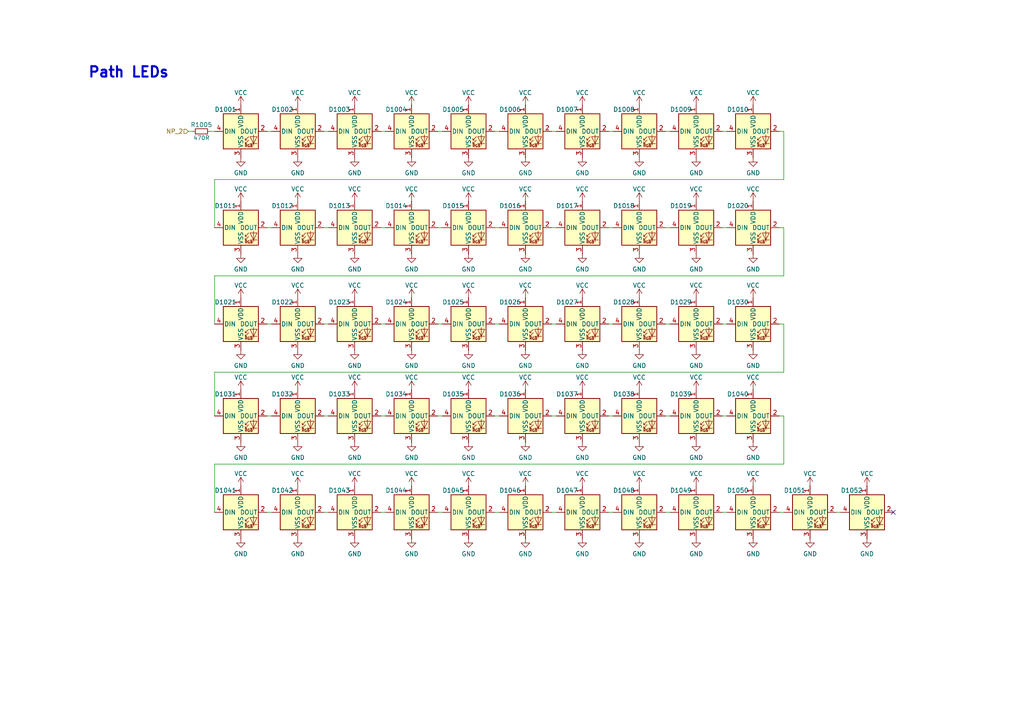
<source format=kicad_sch>
(kicad_sch (version 20231120) (generator "eeschema") (generator_version "8.0")
  (paper "A4")
  (lib_symbols
    (symbol "Device:R_Small" (pin_numbers hide) (pin_names (offset 0.254) hide)
      (property "Reference" "R" (at 0.762 0.508 0))
      (property "Value" "R_Small" (at 0.762 -1.016 0))
      (symbol "R_Small_0_1"
        (rectangle (start -0.762 1.778) (end 0.762 -1.778) (stroke (width 0.2032)))
      )
      (symbol "R_Small_1_1"
        (pin passive line (at 0 2.54 270) (length 0.762) (name "~") (number "1"))
        (pin passive line (at 0 -2.54 90) (length 0.762) (name "~") (number "2"))
      )
    )
    (symbol "LED:WS2812B" (pin_names (offset 0.254))
      (property "Reference" "D" (at 5.08 5.715 0))
      (property "Value" "WS2812B" (at 1.27 -5.715 0))
      (symbol "WS2812B_0_0"
        (text "RGB" (at 2.286 -4.191 0) (effects (font (size 0.762 0.762))))
      )
      (symbol "WS2812B_0_1"
        (polyline (pts (xy 1.27 -3.556) (xy 1.778 -3.556)))
        (polyline (pts (xy 1.27 -2.54) (xy 1.778 -2.54)))
        (polyline (pts (xy 4.699 -3.556) (xy 2.667 -3.556)))
        (polyline (pts (xy 2.286 -2.54) (xy 1.27 -3.556) (xy 1.27 -3.048)))
        (polyline (pts (xy 2.286 -1.524) (xy 1.27 -2.54) (xy 1.27 -2.032)))
        (polyline (pts (xy 3.683 -1.016) (xy 3.683 -3.556) (xy 3.683 -4.064)))
        (polyline (pts (xy 4.699 -1.524) (xy 2.667 -1.524) (xy 3.683 -3.556) (xy 4.699 -1.524)))
        (rectangle (start 5.08 5.08) (end -5.08 -5.08) (stroke (width 0.254)) (fill (type background)))
      )
      (symbol "WS2812B_1_1"
        (pin power_in line (at 0 7.62 270) (length 2.54) (name "VDD") (number "1"))
        (pin output line (at 7.62 0 180) (length 2.54) (name "DOUT") (number "2"))
        (pin power_in line (at 0 -7.62 90) (length 2.54) (name "VSS") (number "3"))
        (pin input line (at -7.62 0 0) (length 2.54) (name "DIN") (number "4"))
      )
    )
    (symbol "power:GND" (power) (pin_numbers hide) (pin_names (offset 0) hide)
      (property "Value" "GND" (at 0 -3.81 0))
      (symbol "GND_0_1"
        (polyline (pts (xy 0 0) (xy 0 -1.27) (xy 1.27 -1.27) (xy 0 -2.54) (xy -1.27 -1.27) (xy 0 -1.27)))
      )
      (symbol "GND_1_1"
        (pin power_in line (at 0 0 270) (length 0) (name "~") (number "1"))
      )
    )
    (symbol "power:VCC" (power) (pin_numbers hide) (pin_names (offset 0) hide)
      (property "Value" "VCC" (at 0 3.556 0))
      (symbol "VCC_0_1"
        (polyline (pts (xy -0.762 1.27) (xy 0 2.54)))
        (polyline (pts (xy 0 0) (xy 0 2.54)))
        (polyline (pts (xy 0 2.54) (xy 0.762 1.27)))
      )
      (symbol "VCC_1_1"
        (pin power_in line (at 0 0 90) (length 0) (name "~") (number "1"))
      )
    )
  )
  (no_connect (at 259.08 148.59))
  (wire (pts (xy 160.02 148.59) (xy 161.29 148.59)))
  (wire (pts (xy 62.23 52.07) (xy 227.33 52.07)))
  (wire (pts (xy 127 93.98) (xy 128.27 93.98)))
  (wire (pts (xy 176.53 66.04) (xy 177.8 66.04)))
  (wire (pts (xy 176.53 148.59) (xy 177.8 148.59)))
  (wire (pts (xy 160.02 93.98) (xy 161.29 93.98)))
  (wire (pts (xy 77.47 38.1) (xy 78.74 38.1)))
  (wire (pts (xy 62.23 66.04) (xy 62.23 52.07)))
  (wire (pts (xy 110.49 38.1) (xy 111.76 38.1)))
  (wire (pts (xy 110.49 120.65) (xy 111.76 120.65)))
  (wire (pts (xy 193.04 120.65) (xy 194.31 120.65)))
  (wire (pts (xy 209.55 66.04) (xy 210.82 66.04)))
  (wire (pts (xy 127 120.65) (xy 128.27 120.65)))
  (wire (pts (xy 227.33 93.98) (xy 227.33 107.95)))
  (wire (pts (xy 77.47 148.59) (xy 78.74 148.59)))
  (wire (pts (xy 176.53 38.1) (xy 177.8 38.1)))
  (wire (pts (xy 110.49 93.98) (xy 111.76 93.98)))
  (wire (pts (xy 227.33 120.65) (xy 227.33 134.62)))
  (wire (pts (xy 193.04 93.98) (xy 194.31 93.98)))
  (wire (pts (xy 62.23 134.62) (xy 227.33 134.62)))
  (wire (pts (xy 93.98 120.65) (xy 95.25 120.65)))
  (wire (pts (xy 62.23 107.95) (xy 227.33 107.95)))
  (wire (pts (xy 62.23 80.01) (xy 227.33 80.01)))
  (wire (pts (xy 160.02 38.1) (xy 161.29 38.1)))
  (wire (pts (xy 209.55 38.1) (xy 210.82 38.1)))
  (wire (pts (xy 93.98 93.98) (xy 95.25 93.98)))
  (wire (pts (xy 143.51 93.98) (xy 144.78 93.98)))
  (wire (pts (xy 62.23 80.01) (xy 62.23 93.98)))
  (wire (pts (xy 176.53 93.98) (xy 177.8 93.98)))
  (wire (pts (xy 93.98 66.04) (xy 95.25 66.04)))
  (wire (pts (xy 226.06 38.1) (xy 227.33 38.1)))
  (wire (pts (xy 227.33 66.04) (xy 227.33 80.01)))
  (wire (pts (xy 160.02 66.04) (xy 161.29 66.04)))
  (wire (pts (xy 62.23 134.62) (xy 62.23 148.59)))
  (wire (pts (xy 226.06 120.65) (xy 227.33 120.65)))
  (wire (pts (xy 193.04 66.04) (xy 194.31 66.04)))
  (wire (pts (xy 127 38.1) (xy 128.27 38.1)))
  (wire (pts (xy 226.06 93.98) (xy 227.33 93.98)))
  (wire (pts (xy 93.98 38.1) (xy 95.25 38.1)))
  (wire (pts (xy 193.04 38.1) (xy 194.31 38.1)))
  (wire (pts (xy 62.23 107.95) (xy 62.23 120.65)))
  (wire (pts (xy 160.02 120.65) (xy 161.29 120.65)))
  (wire (pts (xy 110.49 148.59) (xy 111.76 148.59)))
  (wire (pts (xy 227.33 38.1) (xy 227.33 52.07)))
  (wire (pts (xy 93.98 148.59) (xy 95.25 148.59)))
  (wire (pts (xy 226.06 66.04) (xy 227.33 66.04)))
  (wire (pts (xy 209.55 93.98) (xy 210.82 93.98)))
  (wire (pts (xy 193.04 148.59) (xy 194.31 148.59)))
  (wire (pts (xy 209.55 120.65) (xy 210.82 120.65)))
  (wire (pts (xy 143.51 38.1) (xy 144.78 38.1)))
  (wire (pts (xy 127 66.04) (xy 128.27 66.04)))
  (wire (pts (xy 60.96 38.1) (xy 62.23 38.1)))
  (wire (pts (xy 77.47 93.98) (xy 78.74 93.98)))
  (wire (pts (xy 143.51 120.65) (xy 144.78 120.65)))
  (wire (pts (xy 110.49 66.04) (xy 111.76 66.04)))
  (wire (pts (xy 54.61 38.1) (xy 55.88 38.1)))
  (wire (pts (xy 77.47 120.65) (xy 78.74 120.65)))
  (wire (pts (xy 143.51 148.59) (xy 144.78 148.59)))
  (wire (pts (xy 226.06 148.59) (xy 227.33 148.59)))
  (wire (pts (xy 77.47 66.04) (xy 78.74 66.04)))
  (wire (pts (xy 127 148.59) (xy 128.27 148.59)))
  (wire (pts (xy 143.51 66.04) (xy 144.78 66.04)))
  (wire (pts (xy 209.55 148.59) (xy 210.82 148.59)))
  (wire (pts (xy 242.57 148.59) (xy 243.84 148.59)))
  (wire (pts (xy 176.53 120.65) (xy 177.8 120.65)))
  (text "Path LEDs" (at 25.4 22.86 0) (effects (font (size 3 3) (thickness 0.6) (bold yes)) (justify left bottom)))
  (hierarchical_label "NP_2" (shape input) (at 54.61 38.1 180))
  (symbol (lib_id "power:GND") (at 234.95 156.21 0) (unit 1)
    (property "Reference" "#PWR01103" (effects (hide yes)))
    (property "Value" "GND" (at 234.95 160.6534 0))
    (property "Description" "Power symbol creates a global label with name \"GND\" , ground" (effects (hide yes)))
  )
  (symbol (lib_id "LED:WS2812B") (at 218.44 66.04 0) (unit 1)
    (property "Reference" "D1020" (at 213.995 59.69 0))
    (property "Value" "WS2812B" (effects (hide yes)))
    (property "Footprint" "Footprints:LED_WS2812B_edited" (effects (hide yes)))
    (property "Datasheet" "https://cdn-shop.adafruit.com/datasheets/WS2812B.pdf" (effects (hide yes)))
    (property "Ostalo" "forma" (effects (hide yes)))
    (property "U labosu?" "ne" (effects (hide yes)))
    (property "JLCPCB Part #" "-" (effects (hide yes)))
  )
  (symbol (lib_id "power:VCC") (at 152.4 30.48 0) (unit 1)
    (property "Reference" "#PWR01006" (effects (hide yes)))
    (property "Value" "VCC" (at 152.4 26.9042 0))
    (property "Description" "Power symbol creates a global label with name \"VCC\"" (effects (hide yes)))
  )
  (symbol (lib_id "LED:WS2812B") (at 218.44 93.98 0) (unit 1)
    (property "Reference" "D1030" (at 213.995 87.63 0))
    (property "Value" "WS2812B" (effects (hide yes)))
    (property "Footprint" "Footprints:LED_WS2812B_edited" (effects (hide yes)))
    (property "Datasheet" "https://cdn-shop.adafruit.com/datasheets/WS2812B.pdf" (effects (hide yes)))
    (property "Ostalo" "forma" (effects (hide yes)))
    (property "U labosu?" "ne" (effects (hide yes)))
    (property "JLCPCB Part #" "-" (effects (hide yes)))
  )
  (symbol (lib_id "power:VCC") (at 119.38 140.97 0) (unit 1)
    (property "Reference" "#PWR01084" (effects (hide yes)))
    (property "Value" "VCC" (at 119.38 137.3942 0))
    (property "Description" "Power symbol creates a global label with name \"VCC\"" (effects (hide yes)))
  )
  (symbol (lib_id "LED:WS2812B") (at 152.4 93.98 0) (unit 1)
    (property "Reference" "D1026" (at 147.955 87.63 0))
    (property "Value" "WS2812B" (effects (hide yes)))
    (property "Footprint" "Footprints:LED_WS2812B_edited" (effects (hide yes)))
    (property "Datasheet" "https://cdn-shop.adafruit.com/datasheets/WS2812B.pdf" (effects (hide yes)))
    (property "Ostalo" "forma" (effects (hide yes)))
    (property "U labosu?" "ne" (effects (hide yes)))
    (property "JLCPCB Part #" "-" (effects (hide yes)))
  )
  (symbol (lib_id "power:GND") (at 185.42 156.21 0) (unit 1)
    (property "Reference" "#PWR01100" (effects (hide yes)))
    (property "Value" "GND" (at 185.42 160.6534 0))
    (property "Description" "Power symbol creates a global label with name \"GND\" , ground" (effects (hide yes)))
  )
  (symbol (lib_id "power:VCC") (at 102.87 30.48 0) (unit 1)
    (property "Reference" "#PWR01003" (effects (hide yes)))
    (property "Value" "VCC" (at 102.87 26.9042 0))
    (property "Description" "Power symbol creates a global label with name \"VCC\"" (effects (hide yes)))
  )
  (symbol (lib_id "power:VCC") (at 135.89 58.42 0) (unit 1)
    (property "Reference" "#PWR01025" (effects (hide yes)))
    (property "Value" "VCC" (at 135.89 54.8442 0))
    (property "Description" "Power symbol creates a global label with name \"VCC\"" (effects (hide yes)))
  )
  (symbol (lib_id "power:VCC") (at 135.89 113.03 0) (unit 1)
    (property "Reference" "#PWR01065" (effects (hide yes)))
    (property "Value" "VCC" (at 135.89 109.4542 0))
    (property "Description" "Power symbol creates a global label with name \"VCC\"" (effects (hide yes)))
  )
  (symbol (lib_id "power:GND") (at 152.4 45.72 0) (unit 1)
    (property "Reference" "#PWR01016" (effects (hide yes)))
    (property "Value" "GND" (at 152.4 50.1634 0))
    (property "Description" "Power symbol creates a global label with name \"GND\" , ground" (effects (hide yes)))
  )
  (symbol (lib_id "LED:WS2812B") (at 135.89 120.65 0) (unit 1)
    (property "Reference" "D1035" (at 131.445 114.3 0))
    (property "Value" "WS2812B" (effects (hide yes)))
    (property "Footprint" "Footprints:LED_WS2812B_edited" (effects (hide yes)))
    (property "Datasheet" "https://cdn-shop.adafruit.com/datasheets/WS2812B.pdf" (effects (hide yes)))
    (property "Ostalo" "forma" (effects (hide yes)))
    (property "U labosu?" "ne" (effects (hide yes)))
    (property "JLCPCB Part #" "-" (effects (hide yes)))
  )
  (symbol (lib_id "power:GND") (at 69.85 156.21 0) (unit 1)
    (property "Reference" "#PWR01093" (effects (hide yes)))
    (property "Value" "GND" (at 69.85 160.6534 0))
    (property "Description" "Power symbol creates a global label with name \"GND\" , ground" (effects (hide yes)))
  )
  (symbol (lib_id "LED:WS2812B") (at 185.42 66.04 0) (unit 1)
    (property "Reference" "D1018" (at 180.975 59.69 0))
    (property "Value" "WS2812B" (effects (hide yes)))
    (property "Footprint" "Footprints:LED_WS2812B_edited" (effects (hide yes)))
    (property "Datasheet" "https://cdn-shop.adafruit.com/datasheets/WS2812B.pdf" (effects (hide yes)))
    (property "Ostalo" "forma" (effects (hide yes)))
    (property "U labosu?" "ne" (effects (hide yes)))
    (property "JLCPCB Part #" "-" (effects (hide yes)))
  )
  (symbol (lib_id "power:GND") (at 168.91 73.66 0) (unit 1)
    (property "Reference" "#PWR01037" (effects (hide yes)))
    (property "Value" "GND" (at 168.91 78.1034 0))
    (property "Description" "Power symbol creates a global label with name \"GND\" , ground" (effects (hide yes)))
  )
  (symbol (lib_id "LED:WS2812B") (at 185.42 38.1 0) (unit 1)
    (property "Reference" "D1008" (at 180.975 31.75 0))
    (property "Value" "WS2812B" (effects (hide yes)))
    (property "Footprint" "Footprints:LED_WS2812B_edited" (effects (hide yes)))
    (property "Datasheet" "https://cdn-shop.adafruit.com/datasheets/WS2812B.pdf" (effects (hide yes)))
    (property "Ostalo" "forma" (effects (hide yes)))
    (property "U labosu?" "ne" (effects (hide yes)))
    (property "JLCPCB Part #" "-" (effects (hide yes)))
  )
  (symbol (lib_id "LED:WS2812B") (at 119.38 66.04 0) (unit 1)
    (property "Reference" "D1014" (at 114.935 59.69 0))
    (property "Value" "WS2812B" (effects (hide yes)))
    (property "Footprint" "Footprints:LED_WS2812B_edited" (effects (hide yes)))
    (property "Datasheet" "https://cdn-shop.adafruit.com/datasheets/WS2812B.pdf" (effects (hide yes)))
    (property "Ostalo" "forma" (effects (hide yes)))
    (property "U labosu?" "ne" (effects (hide yes)))
    (property "JLCPCB Part #" "-" (effects (hide yes)))
  )
  (symbol (lib_id "power:VCC") (at 201.93 58.42 0) (unit 1)
    (property "Reference" "#PWR01029" (effects (hide yes)))
    (property "Value" "VCC" (at 201.93 54.8442 0))
    (property "Description" "Power symbol creates a global label with name \"VCC\"" (effects (hide yes)))
  )
  (symbol (lib_id "LED:WS2812B") (at 201.93 148.59 0) (unit 1)
    (property "Reference" "D1049" (at 197.485 142.24 0))
    (property "Value" "WS2812B" (effects (hide yes)))
    (property "Footprint" "Footprints:LED_WS2812B_edited" (effects (hide yes)))
    (property "Datasheet" "https://cdn-shop.adafruit.com/datasheets/WS2812B.pdf" (effects (hide yes)))
    (property "Ostalo" "forma" (effects (hide yes)))
    (property "U labosu?" "ne" (effects (hide yes)))
    (property "JLCPCB Part #" "-" (effects (hide yes)))
  )
  (symbol (lib_id "LED:WS2812B") (at 119.38 38.1 0) (unit 1)
    (property "Reference" "D1004" (at 114.935 31.75 0))
    (property "Value" "WS2812B" (effects (hide yes)))
    (property "Footprint" "Footprints:LED_WS2812B_edited" (effects (hide yes)))
    (property "Datasheet" "https://cdn-shop.adafruit.com/datasheets/WS2812B.pdf" (effects (hide yes)))
    (property "Ostalo" "forma" (effects (hide yes)))
    (property "U labosu?" "ne" (effects (hide yes)))
    (property "JLCPCB Part #" "-" (effects (hide yes)))
  )
  (symbol (lib_id "power:VCC") (at 86.36 58.42 0) (unit 1)
    (property "Reference" "#PWR01022" (effects (hide yes)))
    (property "Value" "VCC" (at 86.36 54.8442 0))
    (property "Description" "Power symbol creates a global label with name \"VCC\"" (effects (hide yes)))
  )
  (symbol (lib_id "LED:WS2812B") (at 86.36 38.1 0) (unit 1)
    (property "Reference" "D1002" (at 81.915 31.75 0))
    (property "Value" "WS2812B" (effects (hide yes)))
    (property "Footprint" "Footprints:LED_WS2812B_edited" (effects (hide yes)))
    (property "Datasheet" "https://cdn-shop.adafruit.com/datasheets/WS2812B.pdf" (effects (hide yes)))
    (property "Ostalo" "forma" (effects (hide yes)))
    (property "U labosu?" "ne" (effects (hide yes)))
    (property "JLCPCB Part #" "-" (effects (hide yes)))
  )
  (symbol (lib_id "power:GND") (at 218.44 73.66 0) (unit 1)
    (property "Reference" "#PWR01040" (effects (hide yes)))
    (property "Value" "GND" (at 218.44 78.1034 0))
    (property "Description" "Power symbol creates a global label with name \"GND\" , ground" (effects (hide yes)))
  )
  (symbol (lib_id "power:VCC") (at 69.85 30.48 0) (unit 1)
    (property "Reference" "#PWR01001" (effects (hide yes)))
    (property "Value" "VCC" (at 69.85 26.9042 0))
    (property "Description" "Power symbol creates a global label with name \"VCC\"" (effects (hide yes)))
  )
  (symbol (lib_id "power:GND") (at 168.91 101.6 0) (unit 1)
    (property "Reference" "#PWR01057" (effects (hide yes)))
    (property "Value" "GND" (at 168.91 106.0434 0))
    (property "Description" "Power symbol creates a global label with name \"GND\" , ground" (effects (hide yes)))
  )
  (symbol (lib_id "LED:WS2812B") (at 185.42 148.59 0) (unit 1)
    (property "Reference" "D1048" (at 180.975 142.24 0))
    (property "Value" "WS2812B" (effects (hide yes)))
    (property "Footprint" "Footprints:LED_WS2812B_edited" (effects (hide yes)))
    (property "Datasheet" "https://cdn-shop.adafruit.com/datasheets/WS2812B.pdf" (effects (hide yes)))
    (property "Ostalo" "forma" (effects (hide yes)))
    (property "U labosu?" "ne" (effects (hide yes)))
    (property "JLCPCB Part #" "-" (effects (hide yes)))
  )
  (symbol (lib_id "power:GND") (at 185.42 73.66 0) (unit 1)
    (property "Reference" "#PWR01038" (effects (hide yes)))
    (property "Value" "GND" (at 185.42 78.1034 0))
    (property "Description" "Power symbol creates a global label with name \"GND\" , ground" (effects (hide yes)))
  )
  (symbol (lib_id "power:VCC") (at 168.91 140.97 0) (unit 1)
    (property "Reference" "#PWR01087" (effects (hide yes)))
    (property "Value" "VCC" (at 168.91 137.3942 0))
    (property "Description" "Power symbol creates a global label with name \"VCC\"" (effects (hide yes)))
  )
  (symbol (lib_id "power:GND") (at 152.4 101.6 0) (unit 1)
    (property "Reference" "#PWR01056" (effects (hide yes)))
    (property "Value" "GND" (at 152.4 106.0434 0))
    (property "Description" "Power symbol creates a global label with name \"GND\" , ground" (effects (hide yes)))
  )
  (symbol (lib_id "power:GND") (at 152.4 128.27 0) (unit 1)
    (property "Reference" "#PWR01076" (effects (hide yes)))
    (property "Value" "GND" (at 152.4 132.7134 0))
    (property "Description" "Power symbol creates a global label with name \"GND\" , ground" (effects (hide yes)))
  )
  (symbol (lib_id "LED:WS2812B") (at 119.38 93.98 0) (unit 1)
    (property "Reference" "D1024" (at 114.935 87.63 0))
    (property "Value" "WS2812B" (effects (hide yes)))
    (property "Footprint" "Footprints:LED_WS2812B_edited" (effects (hide yes)))
    (property "Datasheet" "https://cdn-shop.adafruit.com/datasheets/WS2812B.pdf" (effects (hide yes)))
    (property "Ostalo" "forma" (effects (hide yes)))
    (property "U labosu?" "ne" (effects (hide yes)))
    (property "JLCPCB Part #" "-" (effects (hide yes)))
  )
  (symbol (lib_id "power:VCC") (at 102.87 86.36 0) (unit 1)
    (property "Reference" "#PWR01043" (effects (hide yes)))
    (property "Value" "VCC" (at 102.87 82.7842 0))
    (property "Description" "Power symbol creates a global label with name \"VCC\"" (effects (hide yes)))
  )
  (symbol (lib_id "LED:WS2812B") (at 185.42 120.65 0) (unit 1)
    (property "Reference" "D1038" (at 180.975 114.3 0))
    (property "Value" "WS2812B" (effects (hide yes)))
    (property "Footprint" "Footprints:LED_WS2812B_edited" (effects (hide yes)))
    (property "Datasheet" "https://cdn-shop.adafruit.com/datasheets/WS2812B.pdf" (effects (hide yes)))
    (property "Ostalo" "forma" (effects (hide yes)))
    (property "U labosu?" "ne" (effects (hide yes)))
    (property "JLCPCB Part #" "-" (effects (hide yes)))
  )
  (symbol (lib_id "LED:WS2812B") (at 86.36 120.65 0) (unit 1)
    (property "Reference" "D1032" (at 81.915 114.3 0))
    (property "Value" "WS2812B" (effects (hide yes)))
    (property "Footprint" "Footprints:LED_WS2812B_edited" (effects (hide yes)))
    (property "Datasheet" "https://cdn-shop.adafruit.com/datasheets/WS2812B.pdf" (effects (hide yes)))
    (property "Ostalo" "forma" (effects (hide yes)))
    (property "U labosu?" "ne" (effects (hide yes)))
    (property "JLCPCB Part #" "-" (effects (hide yes)))
  )
  (symbol (lib_id "LED:WS2812B") (at 86.36 66.04 0) (unit 1)
    (property "Reference" "D1012" (at 81.915 59.69 0))
    (property "Value" "WS2812B" (effects (hide yes)))
    (property "Footprint" "Footprints:LED_WS2812B_edited" (effects (hide yes)))
    (property "Datasheet" "https://cdn-shop.adafruit.com/datasheets/WS2812B.pdf" (effects (hide yes)))
    (property "Ostalo" "forma" (effects (hide yes)))
    (property "U labosu?" "ne" (effects (hide yes)))
    (property "JLCPCB Part #" "-" (effects (hide yes)))
  )
  (symbol (lib_id "power:VCC") (at 251.46 140.97 0) (unit 1)
    (property "Reference" "#PWR01092" (effects (hide yes)))
    (property "Value" "VCC" (at 251.46 137.3942 0))
    (property "Description" "Power symbol creates a global label with name \"VCC\"" (effects (hide yes)))
  )
  (symbol (lib_id "power:GND") (at 185.42 128.27 0) (unit 1)
    (property "Reference" "#PWR01078" (effects (hide yes)))
    (property "Value" "GND" (at 185.42 132.7134 0))
    (property "Description" "Power symbol creates a global label with name \"GND\" , ground" (effects (hide yes)))
  )
  (symbol (lib_id "power:VCC") (at 152.4 140.97 0) (unit 1)
    (property "Reference" "#PWR01086" (effects (hide yes)))
    (property "Value" "VCC" (at 152.4 137.3942 0))
    (property "Description" "Power symbol creates a global label with name \"VCC\"" (effects (hide yes)))
  )
  (symbol (lib_id "power:VCC") (at 69.85 86.36 0) (unit 1)
    (property "Reference" "#PWR01041" (effects (hide yes)))
    (property "Value" "VCC" (at 69.85 82.7842 0))
    (property "Description" "Power symbol creates a global label with name \"VCC\"" (effects (hide yes)))
  )
  (symbol (lib_id "LED:WS2812B") (at 152.4 148.59 0) (unit 1)
    (property "Reference" "D1046" (at 147.955 142.24 0))
    (property "Value" "WS2812B" (effects (hide yes)))
    (property "Footprint" "Footprints:LED_WS2812B_edited" (effects (hide yes)))
    (property "Datasheet" "https://cdn-shop.adafruit.com/datasheets/WS2812B.pdf" (effects (hide yes)))
    (property "Ostalo" "forma" (effects (hide yes)))
    (property "U labosu?" "ne" (effects (hide yes)))
    (property "JLCPCB Part #" "-" (effects (hide yes)))
  )
  (symbol (lib_id "LED:WS2812B") (at 135.89 148.59 0) (unit 1)
    (property "Reference" "D1045" (at 131.445 142.24 0))
    (property "Value" "WS2812B" (effects (hide yes)))
    (property "Footprint" "Footprints:LED_WS2812B_edited" (effects (hide yes)))
    (property "Datasheet" "https://cdn-shop.adafruit.com/datasheets/WS2812B.pdf" (effects (hide yes)))
    (property "Ostalo" "forma" (effects (hide yes)))
    (property "U labosu?" "ne" (effects (hide yes)))
    (property "JLCPCB Part #" "-" (effects (hide yes)))
  )
  (symbol (lib_id "LED:WS2812B") (at 234.95 148.59 0) (unit 1)
    (property "Reference" "D1051" (at 230.505 142.24 0))
    (property "Value" "WS2812B" (effects (hide yes)))
    (property "Footprint" "Footprints:LED_WS2812B_edited" (effects (hide yes)))
    (property "Datasheet" "https://cdn-shop.adafruit.com/datasheets/WS2812B.pdf" (effects (hide yes)))
    (property "Ostalo" "forma" (effects (hide yes)))
    (property "U labosu?" "ne" (effects (hide yes)))
    (property "JLCPCB Part #" "-" (effects (hide yes)))
  )
  (symbol (lib_id "power:VCC") (at 86.36 86.36 0) (unit 1)
    (property "Reference" "#PWR01042" (effects (hide yes)))
    (property "Value" "VCC" (at 86.36 82.7842 0))
    (property "Description" "Power symbol creates a global label with name \"VCC\"" (effects (hide yes)))
  )
  (symbol (lib_id "power:GND") (at 119.38 45.72 0) (unit 1)
    (property "Reference" "#PWR01014" (effects (hide yes)))
    (property "Value" "GND" (at 119.38 50.1634 0))
    (property "Description" "Power symbol creates a global label with name \"GND\" , ground" (effects (hide yes)))
  )
  (symbol (lib_id "LED:WS2812B") (at 102.87 120.65 0) (unit 1)
    (property "Reference" "D1033" (at 98.425 114.3 0))
    (property "Value" "WS2812B" (effects (hide yes)))
    (property "Footprint" "Footprints:LED_WS2812B_edited" (effects (hide yes)))
    (property "Datasheet" "https://cdn-shop.adafruit.com/datasheets/WS2812B.pdf" (effects (hide yes)))
    (property "Ostalo" "forma" (effects (hide yes)))
    (property "U labosu?" "ne" (effects (hide yes)))
    (property "JLCPCB Part #" "-" (effects (hide yes)))
  )
  (symbol (lib_id "power:GND") (at 69.85 101.6 0) (unit 1)
    (property "Reference" "#PWR01051" (effects (hide yes)))
    (property "Value" "GND" (at 69.85 106.0434 0))
    (property "Description" "Power symbol creates a global label with name \"GND\" , ground" (effects (hide yes)))
  )
  (symbol (lib_id "LED:WS2812B") (at 251.46 148.59 0) (unit 1)
    (property "Reference" "D1052" (at 247.015 142.24 0))
    (property "Value" "WS2812B" (effects (hide yes)))
    (property "Footprint" "Footprints:LED_WS2812B_edited" (effects (hide yes)))
    (property "Datasheet" "https://cdn-shop.adafruit.com/datasheets/WS2812B.pdf" (effects (hide yes)))
    (property "Ostalo" "forma" (effects (hide yes)))
    (property "U labosu?" "ne" (effects (hide yes)))
    (property "JLCPCB Part #" "-" (effects (hide yes)))
  )
  (symbol (lib_id "power:GND") (at 86.36 156.21 0) (unit 1)
    (property "Reference" "#PWR01094" (effects (hide yes)))
    (property "Value" "GND" (at 86.36 160.6534 0))
    (property "Description" "Power symbol creates a global label with name \"GND\" , ground" (effects (hide yes)))
  )
  (symbol (lib_id "power:GND") (at 86.36 45.72 0) (unit 1)
    (property "Reference" "#PWR01012" (effects (hide yes)))
    (property "Value" "GND" (at 86.36 50.1634 0))
    (property "Description" "Power symbol creates a global label with name \"GND\" , ground" (effects (hide yes)))
  )
  (symbol (lib_id "LED:WS2812B") (at 201.93 120.65 0) (unit 1)
    (property "Reference" "D1039" (at 197.485 114.3 0))
    (property "Value" "WS2812B" (effects (hide yes)))
    (property "Footprint" "Footprints:LED_WS2812B_edited" (effects (hide yes)))
    (property "Datasheet" "https://cdn-shop.adafruit.com/datasheets/WS2812B.pdf" (effects (hide yes)))
    (property "Ostalo" "forma" (effects (hide yes)))
    (property "U labosu?" "ne" (effects (hide yes)))
    (property "JLCPCB Part #" "-" (effects (hide yes)))
  )
  (symbol (lib_id "power:GND") (at 218.44 156.21 0) (unit 1)
    (property "Reference" "#PWR01102" (effects (hide yes)))
    (property "Value" "GND" (at 218.44 160.6534 0))
    (property "Description" "Power symbol creates a global label with name \"GND\" , ground" (effects (hide yes)))
  )
  (symbol (lib_id "LED:WS2812B") (at 201.93 66.04 0) (unit 1)
    (property "Reference" "D1019" (at 197.485 59.69 0))
    (property "Value" "WS2812B" (effects (hide yes)))
    (property "Footprint" "Footprints:LED_WS2812B_edited" (effects (hide yes)))
    (property "Datasheet" "https://cdn-shop.adafruit.com/datasheets/WS2812B.pdf" (effects (hide yes)))
    (property "Ostalo" "forma" (effects (hide yes)))
    (property "U labosu?" "ne" (effects (hide yes)))
    (property "JLCPCB Part #" "-" (effects (hide yes)))
  )
  (symbol (lib_id "power:GND") (at 218.44 101.6 0) (unit 1)
    (property "Reference" "#PWR01060" (effects (hide yes)))
    (property "Value" "GND" (at 218.44 106.0434 0))
    (property "Description" "Power symbol creates a global label with name \"GND\" , ground" (effects (hide yes)))
  )
  (symbol (lib_id "power:GND") (at 119.38 101.6 0) (unit 1)
    (property "Reference" "#PWR01054" (effects (hide yes)))
    (property "Value" "GND" (at 119.38 106.0434 0))
    (property "Description" "Power symbol creates a global label with name \"GND\" , ground" (effects (hide yes)))
  )
  (symbol (lib_id "power:GND") (at 135.89 73.66 0) (unit 1)
    (property "Reference" "#PWR01035" (effects (hide yes)))
    (property "Value" "GND" (at 135.89 78.1034 0))
    (property "Description" "Power symbol creates a global label with name \"GND\" , ground" (effects (hide yes)))
  )
  (symbol (lib_id "power:GND") (at 119.38 73.66 0) (unit 1)
    (property "Reference" "#PWR01034" (effects (hide yes)))
    (property "Value" "GND" (at 119.38 78.1034 0))
    (property "Description" "Power symbol creates a global label with name \"GND\" , ground" (effects (hide yes)))
  )
  (symbol (lib_id "power:VCC") (at 168.91 86.36 0) (unit 1)
    (property "Reference" "#PWR01047" (effects (hide yes)))
    (property "Value" "VCC" (at 168.91 82.7842 0))
    (property "Description" "Power symbol creates a global label with name \"VCC\"" (effects (hide yes)))
  )
  (symbol (lib_id "power:GND") (at 185.42 101.6 0) (unit 1)
    (property "Reference" "#PWR01058" (effects (hide yes)))
    (property "Value" "GND" (at 185.42 106.0434 0))
    (property "Description" "Power symbol creates a global label with name \"GND\" , ground" (effects (hide yes)))
  )
  (symbol (lib_id "power:GND") (at 135.89 101.6 0) (unit 1)
    (property "Reference" "#PWR01055" (effects (hide yes)))
    (property "Value" "GND" (at 135.89 106.0434 0))
    (property "Description" "Power symbol creates a global label with name \"GND\" , ground" (effects (hide yes)))
  )
  (symbol (lib_id "power:GND") (at 218.44 45.72 0) (unit 1)
    (property "Reference" "#PWR01020" (effects (hide yes)))
    (property "Value" "GND" (at 218.44 50.1634 0))
    (property "Description" "Power symbol creates a global label with name \"GND\" , ground" (effects (hide yes)))
  )
  (symbol (lib_id "LED:WS2812B") (at 218.44 120.65 0) (unit 1)
    (property "Reference" "D1040" (at 213.995 114.3 0))
    (property "Value" "WS2812B" (effects (hide yes)))
    (property "Footprint" "Footprints:LED_WS2812B_edited" (effects (hide yes)))
    (property "Datasheet" "https://cdn-shop.adafruit.com/datasheets/WS2812B.pdf" (effects (hide yes)))
    (property "Ostalo" "forma" (effects (hide yes)))
    (property "U labosu?" "ne" (effects (hide yes)))
    (property "JLCPCB Part #" "-" (effects (hide yes)))
  )
  (symbol (lib_id "power:VCC") (at 218.44 86.36 0) (unit 1)
    (property "Reference" "#PWR01050" (effects (hide yes)))
    (property "Value" "VCC" (at 218.44 82.7842 0))
    (property "Description" "Power symbol creates a global label with name \"VCC\"" (effects (hide yes)))
  )
  (symbol (lib_id "power:GND") (at 86.36 101.6 0) (unit 1)
    (property "Reference" "#PWR01052" (effects (hide yes)))
    (property "Value" "GND" (at 86.36 106.0434 0))
    (property "Description" "Power symbol creates a global label with name \"GND\" , ground" (effects (hide yes)))
  )
  (symbol (lib_id "LED:WS2812B") (at 102.87 148.59 0) (unit 1)
    (property "Reference" "D1043" (at 98.425 142.24 0))
    (property "Value" "WS2812B" (effects (hide yes)))
    (property "Footprint" "Footprints:LED_WS2812B_edited" (effects (hide yes)))
    (property "Datasheet" "https://cdn-shop.adafruit.com/datasheets/WS2812B.pdf" (effects (hide yes)))
    (property "Ostalo" "forma" (effects (hide yes)))
    (property "U labosu?" "ne" (effects (hide yes)))
    (property "JLCPCB Part #" "-" (effects (hide yes)))
  )
  (symbol (lib_id "LED:WS2812B") (at 201.93 38.1 0) (unit 1)
    (property "Reference" "D1009" (at 197.485 31.75 0))
    (property "Value" "WS2812B" (effects (hide yes)))
    (property "Footprint" "Footprints:LED_WS2812B_edited" (effects (hide yes)))
    (property "Datasheet" "https://cdn-shop.adafruit.com/datasheets/WS2812B.pdf" (effects (hide yes)))
    (property "Ostalo" "forma" (effects (hide yes)))
    (property "U labosu?" "ne" (effects (hide yes)))
    (property "JLCPCB Part #" "-" (effects (hide yes)))
  )
  (symbol (lib_id "power:GND") (at 251.46 156.21 0) (unit 1)
    (property "Reference" "#PWR01104" (effects (hide yes)))
    (property "Value" "GND" (at 251.46 160.6534 0))
    (property "Description" "Power symbol creates a global label with name \"GND\" , ground" (effects (hide yes)))
  )
  (symbol (lib_id "LED:WS2812B") (at 201.93 93.98 0) (unit 1)
    (property "Reference" "D1029" (at 197.485 87.63 0))
    (property "Value" "WS2812B" (effects (hide yes)))
    (property "Footprint" "Footprints:LED_WS2812B_edited" (effects (hide yes)))
    (property "Datasheet" "https://cdn-shop.adafruit.com/datasheets/WS2812B.pdf" (effects (hide yes)))
    (property "Ostalo" "forma" (effects (hide yes)))
    (property "U labosu?" "ne" (effects (hide yes)))
    (property "JLCPCB Part #" "-" (effects (hide yes)))
  )
  (symbol (lib_id "power:VCC") (at 135.89 86.36 0) (unit 1)
    (property "Reference" "#PWR01045" (effects (hide yes)))
    (property "Value" "VCC" (at 135.89 82.7842 0))
    (property "Description" "Power symbol creates a global label with name \"VCC\"" (effects (hide yes)))
  )
  (symbol (lib_id "power:VCC") (at 185.42 58.42 0) (unit 1)
    (property "Reference" "#PWR01028" (effects (hide yes)))
    (property "Value" "VCC" (at 185.42 54.8442 0))
    (property "Description" "Power symbol creates a global label with name \"VCC\"" (effects (hide yes)))
  )
  (symbol (lib_id "power:GND") (at 119.38 128.27 0) (unit 1)
    (property "Reference" "#PWR01074" (effects (hide yes)))
    (property "Value" "GND" (at 119.38 132.7134 0))
    (property "Description" "Power symbol creates a global label with name \"GND\" , ground" (effects (hide yes)))
  )
  (symbol (lib_id "LED:WS2812B") (at 69.85 93.98 0) (unit 1)
    (property "Reference" "D1021" (at 65.405 87.63 0))
    (property "Value" "WS2812B" (effects (hide yes)))
    (property "Footprint" "Footprints:LED_WS2812B_edited" (effects (hide yes)))
    (property "Datasheet" "https://cdn-shop.adafruit.com/datasheets/WS2812B.pdf" (effects (hide yes)))
    (property "Ostalo" "forma" (effects (hide yes)))
    (property "U labosu?" "ne" (effects (hide yes)))
    (property "JLCPCB Part #" "-" (effects (hide yes)))
  )
  (symbol (lib_id "power:GND") (at 102.87 45.72 0) (unit 1)
    (property "Reference" "#PWR01013" (effects (hide yes)))
    (property "Value" "GND" (at 102.87 50.1634 0))
    (property "Description" "Power symbol creates a global label with name \"GND\" , ground" (effects (hide yes)))
  )
  (symbol (lib_id "power:GND") (at 201.93 156.21 0) (unit 1)
    (property "Reference" "#PWR01101" (effects (hide yes)))
    (property "Value" "GND" (at 201.93 160.6534 0))
    (property "Description" "Power symbol creates a global label with name \"GND\" , ground" (effects (hide yes)))
  )
  (symbol (lib_id "Device:R_Small") (at 58.42 38.1 90) (unit 1)
    (property "Reference" "R1005" (at 58.42 36.195 90))
    (property "Value" "470R" (at 58.42 40.005 90) (effects (font (size 1.2 1.2))))
    (property "Footprint" "Resistor_SMD:R_0603_1608Metric" (effects (hide yes)))
    (property "U labosu?" "da" (effects (hide yes)))
  )
  (symbol (lib_id "power:VCC") (at 218.44 140.97 0) (unit 1)
    (property "Reference" "#PWR01090" (effects (hide yes)))
    (property "Value" "VCC" (at 218.44 137.3942 0))
    (property "Description" "Power symbol creates a global label with name \"VCC\"" (effects (hide yes)))
  )
  (symbol (lib_id "power:VCC") (at 201.93 30.48 0) (unit 1)
    (property "Reference" "#PWR01009" (effects (hide yes)))
    (property "Value" "VCC" (at 201.93 26.9042 0))
    (property "Description" "Power symbol creates a global label with name \"VCC\"" (effects (hide yes)))
  )
  (symbol (lib_id "power:GND") (at 201.93 128.27 0) (unit 1)
    (property "Reference" "#PWR01079" (effects (hide yes)))
    (property "Value" "GND" (at 201.93 132.7134 0))
    (property "Description" "Power symbol creates a global label with name \"GND\" , ground" (effects (hide yes)))
  )
  (symbol (lib_id "power:VCC") (at 102.87 140.97 0) (unit 1)
    (property "Reference" "#PWR01083" (effects (hide yes)))
    (property "Value" "VCC" (at 102.87 137.3942 0))
    (property "Description" "Power symbol creates a global label with name \"VCC\"" (effects (hide yes)))
  )
  (symbol (lib_id "LED:WS2812B") (at 152.4 66.04 0) (unit 1)
    (property "Reference" "D1016" (at 147.955 59.69 0))
    (property "Value" "WS2812B" (effects (hide yes)))
    (property "Footprint" "Footprints:LED_WS2812B_edited" (effects (hide yes)))
    (property "Datasheet" "https://cdn-shop.adafruit.com/datasheets/WS2812B.pdf" (effects (hide yes)))
    (property "Ostalo" "forma" (effects (hide yes)))
    (property "U labosu?" "ne" (effects (hide yes)))
    (property "JLCPCB Part #" "-" (effects (hide yes)))
  )
  (symbol (lib_id "power:GND") (at 201.93 101.6 0) (unit 1)
    (property "Reference" "#PWR01059" (effects (hide yes)))
    (property "Value" "GND" (at 201.93 106.0434 0))
    (property "Description" "Power symbol creates a global label with name \"GND\" , ground" (effects (hide yes)))
  )
  (symbol (lib_id "power:GND") (at 135.89 45.72 0) (unit 1)
    (property "Reference" "#PWR01015" (effects (hide yes)))
    (property "Value" "GND" (at 135.89 50.1634 0))
    (property "Description" "Power symbol creates a global label with name \"GND\" , ground" (effects (hide yes)))
  )
  (symbol (lib_id "power:GND") (at 86.36 73.66 0) (unit 1)
    (property "Reference" "#PWR01032" (effects (hide yes)))
    (property "Value" "GND" (at 86.36 78.1034 0))
    (property "Description" "Power symbol creates a global label with name \"GND\" , ground" (effects (hide yes)))
  )
  (symbol (lib_id "power:GND") (at 152.4 156.21 0) (unit 1)
    (property "Reference" "#PWR01098" (effects (hide yes)))
    (property "Value" "GND" (at 152.4 160.6534 0))
    (property "Description" "Power symbol creates a global label with name \"GND\" , ground" (effects (hide yes)))
  )
  (symbol (lib_id "LED:WS2812B") (at 135.89 38.1 0) (unit 1)
    (property "Reference" "D1005" (at 131.445 31.75 0))
    (property "Value" "WS2812B" (effects (hide yes)))
    (property "Footprint" "Footprints:LED_WS2812B_edited" (effects (hide yes)))
    (property "Datasheet" "https://cdn-shop.adafruit.com/datasheets/WS2812B.pdf" (effects (hide yes)))
    (property "Ostalo" "forma" (effects (hide yes)))
    (property "U labosu?" "ne" (effects (hide yes)))
    (property "JLCPCB Part #" "-" (effects (hide yes)))
  )
  (symbol (lib_id "power:GND") (at 185.42 45.72 0) (unit 1)
    (property "Reference" "#PWR01018" (effects (hide yes)))
    (property "Value" "GND" (at 185.42 50.1634 0))
    (property "Description" "Power symbol creates a global label with name \"GND\" , ground" (effects (hide yes)))
  )
  (symbol (lib_id "power:VCC") (at 152.4 113.03 0) (unit 1)
    (property "Reference" "#PWR01066" (effects (hide yes)))
    (property "Value" "VCC" (at 152.4 109.4542 0))
    (property "Description" "Power symbol creates a global label with name \"VCC\"" (effects (hide yes)))
  )
  (symbol (lib_id "power:VCC") (at 185.42 113.03 0) (unit 1)
    (property "Reference" "#PWR01068" (effects (hide yes)))
    (property "Value" "VCC" (at 185.42 109.4542 0))
    (property "Description" "Power symbol creates a global label with name \"VCC\"" (effects (hide yes)))
  )
  (symbol (lib_id "power:VCC") (at 185.42 30.48 0) (unit 1)
    (property "Reference" "#PWR01008" (effects (hide yes)))
    (property "Value" "VCC" (at 185.42 26.9042 0))
    (property "Description" "Power symbol creates a global label with name \"VCC\"" (effects (hide yes)))
  )
  (symbol (lib_id "power:VCC") (at 185.42 86.36 0) (unit 1)
    (property "Reference" "#PWR01048" (effects (hide yes)))
    (property "Value" "VCC" (at 185.42 82.7842 0))
    (property "Description" "Power symbol creates a global label with name \"VCC\"" (effects (hide yes)))
  )
  (symbol (lib_id "LED:WS2812B") (at 119.38 148.59 0) (unit 1)
    (property "Reference" "D1044" (at 114.935 142.24 0))
    (property "Value" "WS2812B" (effects (hide yes)))
    (property "Footprint" "Footprints:LED_WS2812B_edited" (effects (hide yes)))
    (property "Datasheet" "https://cdn-shop.adafruit.com/datasheets/WS2812B.pdf" (effects (hide yes)))
    (property "Ostalo" "forma" (effects (hide yes)))
    (property "U labosu?" "ne" (effects (hide yes)))
    (property "JLCPCB Part #" "-" (effects (hide yes)))
  )
  (symbol (lib_id "LED:WS2812B") (at 69.85 148.59 0) (unit 1)
    (property "Reference" "D1041" (at 65.405 142.24 0))
    (property "Value" "WS2812B" (effects (hide yes)))
    (property "Footprint" "Footprints:LED_WS2812B_edited" (effects (hide yes)))
    (property "Datasheet" "https://cdn-shop.adafruit.com/datasheets/WS2812B.pdf" (effects (hide yes)))
    (property "Ostalo" "forma" (effects (hide yes)))
    (property "U labosu?" "ne" (effects (hide yes)))
    (property "JLCPCB Part #" "-" (effects (hide yes)))
  )
  (symbol (lib_id "LED:WS2812B") (at 168.91 66.04 0) (unit 1)
    (property "Reference" "D1017" (at 164.465 59.69 0))
    (property "Value" "WS2812B" (effects (hide yes)))
    (property "Footprint" "Footprints:LED_WS2812B_edited" (effects (hide yes)))
    (property "Datasheet" "https://cdn-shop.adafruit.com/datasheets/WS2812B.pdf" (effects (hide yes)))
    (property "Ostalo" "forma" (effects (hide yes)))
    (property "U labosu?" "ne" (effects (hide yes)))
    (property "JLCPCB Part #" "-" (effects (hide yes)))
  )
  (symbol (lib_id "LED:WS2812B") (at 135.89 93.98 0) (unit 1)
    (property "Reference" "D1025" (at 131.445 87.63 0))
    (property "Value" "WS2812B" (effects (hide yes)))
    (property "Footprint" "Footprints:LED_WS2812B_edited" (effects (hide yes)))
    (property "Datasheet" "https://cdn-shop.adafruit.com/datasheets/WS2812B.pdf" (effects (hide yes)))
    (property "Ostalo" "forma" (effects (hide yes)))
    (property "U labosu?" "ne" (effects (hide yes)))
    (property "JLCPCB Part #" "-" (effects (hide yes)))
  )
  (symbol (lib_id "LED:WS2812B") (at 135.89 66.04 0) (unit 1)
    (property "Reference" "D1015" (at 131.445 59.69 0))
    (property "Value" "WS2812B" (effects (hide yes)))
    (property "Footprint" "Footprints:LED_WS2812B_edited" (effects (hide yes)))
    (property "Datasheet" "https://cdn-shop.adafruit.com/datasheets/WS2812B.pdf" (effects (hide yes)))
    (property "Ostalo" "forma" (effects (hide yes)))
    (property "U labosu?" "ne" (effects (hide yes)))
    (property "JLCPCB Part #" "-" (effects (hide yes)))
  )
  (symbol (lib_id "power:VCC") (at 86.36 30.48 0) (unit 1)
    (property "Reference" "#PWR01002" (effects (hide yes)))
    (property "Value" "VCC" (at 86.36 26.9042 0))
    (property "Description" "Power symbol creates a global label with name \"VCC\"" (effects (hide yes)))
  )
  (symbol (lib_id "LED:WS2812B") (at 168.91 120.65 0) (unit 1)
    (property "Reference" "D1037" (at 164.465 114.3 0))
    (property "Value" "WS2812B" (effects (hide yes)))
    (property "Footprint" "Footprints:LED_WS2812B_edited" (effects (hide yes)))
    (property "Datasheet" "https://cdn-shop.adafruit.com/datasheets/WS2812B.pdf" (effects (hide yes)))
    (property "Ostalo" "forma" (effects (hide yes)))
    (property "U labosu?" "ne" (effects (hide yes)))
    (property "JLCPCB Part #" "-" (effects (hide yes)))
  )
  (symbol (lib_id "power:GND") (at 69.85 128.27 0) (unit 1)
    (property "Reference" "#PWR01071" (effects (hide yes)))
    (property "Value" "GND" (at 69.85 132.7134 0))
    (property "Description" "Power symbol creates a global label with name \"GND\" , ground" (effects (hide yes)))
  )
  (symbol (lib_id "power:VCC") (at 218.44 113.03 0) (unit 1)
    (property "Reference" "#PWR01070" (effects (hide yes)))
    (property "Value" "VCC" (at 218.44 109.4542 0))
    (property "Description" "Power symbol creates a global label with name \"VCC\"" (effects (hide yes)))
  )
  (symbol (lib_id "power:VCC") (at 102.87 58.42 0) (unit 1)
    (property "Reference" "#PWR01023" (effects (hide yes)))
    (property "Value" "VCC" (at 102.87 54.8442 0))
    (property "Description" "Power symbol creates a global label with name \"VCC\"" (effects (hide yes)))
  )
  (symbol (lib_id "LED:WS2812B") (at 69.85 38.1 0) (unit 1)
    (property "Reference" "D1001" (at 65.405 31.75 0))
    (property "Value" "WS2812B" (effects (hide yes)))
    (property "Footprint" "Footprints:LED_WS2812B_edited" (effects (hide yes)))
    (property "Datasheet" "https://cdn-shop.adafruit.com/datasheets/WS2812B.pdf" (effects (hide yes)))
    (property "Ostalo" "forma" (effects (hide yes)))
    (property "U labosu?" "ne" (effects (hide yes)))
    (property "JLCPCB Part #" "-" (effects (hide yes)))
  )
  (symbol (lib_id "power:VCC") (at 119.38 30.48 0) (unit 1)
    (property "Reference" "#PWR01004" (effects (hide yes)))
    (property "Value" "VCC" (at 119.38 26.9042 0))
    (property "Description" "Power symbol creates a global label with name \"VCC\"" (effects (hide yes)))
  )
  (symbol (lib_id "power:VCC") (at 119.38 86.36 0) (unit 1)
    (property "Reference" "#PWR01044" (effects (hide yes)))
    (property "Value" "VCC" (at 119.38 82.7842 0))
    (property "Description" "Power symbol creates a global label with name \"VCC\"" (effects (hide yes)))
  )
  (symbol (lib_id "power:VCC") (at 168.91 58.42 0) (unit 1)
    (property "Reference" "#PWR01027" (effects (hide yes)))
    (property "Value" "VCC" (at 168.91 54.8442 0))
    (property "Description" "Power symbol creates a global label with name \"VCC\"" (effects (hide yes)))
  )
  (symbol (lib_id "power:VCC") (at 218.44 58.42 0) (unit 1)
    (property "Reference" "#PWR01030" (effects (hide yes)))
    (property "Value" "VCC" (at 218.44 54.8442 0))
    (property "Description" "Power symbol creates a global label with name \"VCC\"" (effects (hide yes)))
  )
  (symbol (lib_id "LED:WS2812B") (at 102.87 38.1 0) (unit 1)
    (property "Reference" "D1003" (at 98.425 31.75 0))
    (property "Value" "WS2812B" (effects (hide yes)))
    (property "Footprint" "Footprints:LED_WS2812B_edited" (effects (hide yes)))
    (property "Datasheet" "https://cdn-shop.adafruit.com/datasheets/WS2812B.pdf" (effects (hide yes)))
    (property "Ostalo" "forma" (effects (hide yes)))
    (property "U labosu?" "ne" (effects (hide yes)))
    (property "JLCPCB Part #" "-" (effects (hide yes)))
  )
  (symbol (lib_id "LED:WS2812B") (at 168.91 148.59 0) (unit 1)
    (property "Reference" "D1047" (at 164.465 142.24 0))
    (property "Value" "WS2812B" (effects (hide yes)))
    (property "Footprint" "Footprints:LED_WS2812B_edited" (effects (hide yes)))
    (property "Datasheet" "https://cdn-shop.adafruit.com/datasheets/WS2812B.pdf" (effects (hide yes)))
    (property "Ostalo" "forma" (effects (hide yes)))
    (property "U labosu?" "ne" (effects (hide yes)))
    (property "JLCPCB Part #" "-" (effects (hide yes)))
  )
  (symbol (lib_id "power:GND") (at 102.87 73.66 0) (unit 1)
    (property "Reference" "#PWR01033" (effects (hide yes)))
    (property "Value" "GND" (at 102.87 78.1034 0))
    (property "Description" "Power symbol creates a global label with name \"GND\" , ground" (effects (hide yes)))
  )
  (symbol (lib_id "LED:WS2812B") (at 185.42 93.98 0) (unit 1)
    (property "Reference" "D1028" (at 180.975 87.63 0))
    (property "Value" "WS2812B" (effects (hide yes)))
    (property "Footprint" "Footprints:LED_WS2812B_edited" (effects (hide yes)))
    (property "Datasheet" "https://cdn-shop.adafruit.com/datasheets/WS2812B.pdf" (effects (hide yes)))
    (property "Ostalo" "forma" (effects (hide yes)))
    (property "U labosu?" "ne" (effects (hide yes)))
    (property "JLCPCB Part #" "-" (effects (hide yes)))
  )
  (symbol (lib_id "power:GND") (at 135.89 128.27 0) (unit 1)
    (property "Reference" "#PWR01075" (effects (hide yes)))
    (property "Value" "GND" (at 135.89 132.7134 0))
    (property "Description" "Power symbol creates a global label with name \"GND\" , ground" (effects (hide yes)))
  )
  (symbol (lib_id "power:GND") (at 119.38 156.21 0) (unit 1)
    (property "Reference" "#PWR01096" (effects (hide yes)))
    (property "Value" "GND" (at 119.38 160.6534 0))
    (property "Description" "Power symbol creates a global label with name \"GND\" , ground" (effects (hide yes)))
  )
  (symbol (lib_id "LED:WS2812B") (at 69.85 120.65 0) (unit 1)
    (property "Reference" "D1031" (at 65.405 114.3 0))
    (property "Value" "WS2812B" (effects (hide yes)))
    (property "Footprint" "Footprints:LED_WS2812B_edited" (effects (hide yes)))
    (property "Datasheet" "https://cdn-shop.adafruit.com/datasheets/WS2812B.pdf" (effects (hide yes)))
    (property "Ostalo" "forma" (effects (hide yes)))
    (property "U labosu?" "ne" (effects (hide yes)))
    (property "JLCPCB Part #" "-" (effects (hide yes)))
  )
  (symbol (lib_id "LED:WS2812B") (at 102.87 66.04 0) (unit 1)
    (property "Reference" "D1013" (at 98.425 59.69 0))
    (property "Value" "WS2812B" (effects (hide yes)))
    (property "Footprint" "Footprints:LED_WS2812B_edited" (effects (hide yes)))
    (property "Datasheet" "https://cdn-shop.adafruit.com/datasheets/WS2812B.pdf" (effects (hide yes)))
    (property "Ostalo" "forma" (effects (hide yes)))
    (property "U labosu?" "ne" (effects (hide yes)))
    (property "JLCPCB Part #" "-" (effects (hide yes)))
  )
  (symbol (lib_id "LED:WS2812B") (at 168.91 38.1 0) (unit 1)
    (property "Reference" "D1007" (at 164.465 31.75 0))
    (property "Value" "WS2812B" (effects (hide yes)))
    (property "Footprint" "Footprints:LED_WS2812B_edited" (effects (hide yes)))
    (property "Datasheet" "https://cdn-shop.adafruit.com/datasheets/WS2812B.pdf" (effects (hide yes)))
    (property "Ostalo" "forma" (effects (hide yes)))
    (property "U labosu?" "ne" (effects (hide yes)))
    (property "JLCPCB Part #" "-" (effects (hide yes)))
  )
  (symbol (lib_id "power:GND") (at 201.93 73.66 0) (unit 1)
    (property "Reference" "#PWR01039" (effects (hide yes)))
    (property "Value" "GND" (at 201.93 78.1034 0))
    (property "Description" "Power symbol creates a global label with name \"GND\" , ground" (effects (hide yes)))
  )
  (symbol (lib_id "LED:WS2812B") (at 168.91 93.98 0) (unit 1)
    (property "Reference" "D1027" (at 164.465 87.63 0))
    (property "Value" "WS2812B" (effects (hide yes)))
    (property "Footprint" "Footprints:LED_WS2812B_edited" (effects (hide yes)))
    (property "Datasheet" "https://cdn-shop.adafruit.com/datasheets/WS2812B.pdf" (effects (hide yes)))
    (property "Ostalo" "forma" (effects (hide yes)))
    (property "U labosu?" "ne" (effects (hide yes)))
    (property "JLCPCB Part #" "-" (effects (hide yes)))
  )
  (symbol (lib_id "LED:WS2812B") (at 69.85 66.04 0) (unit 1)
    (property "Reference" "D1011" (at 65.405 59.69 0))
    (property "Value" "WS2812B" (effects (hide yes)))
    (property "Footprint" "Footprints:LED_WS2812B_edited" (effects (hide yes)))
    (property "Datasheet" "https://cdn-shop.adafruit.com/datasheets/WS2812B.pdf" (effects (hide yes)))
    (property "Ostalo" "forma" (effects (hide yes)))
    (property "U labosu?" "ne" (effects (hide yes)))
    (property "JLCPCB Part #" "-" (effects (hide yes)))
  )
  (symbol (lib_id "power:GND") (at 201.93 45.72 0) (unit 1)
    (property "Reference" "#PWR01019" (effects (hide yes)))
    (property "Value" "GND" (at 201.93 50.1634 0))
    (property "Description" "Power symbol creates a global label with name \"GND\" , ground" (effects (hide yes)))
  )
  (symbol (lib_id "power:GND") (at 102.87 156.21 0) (unit 1)
    (property "Reference" "#PWR01095" (effects (hide yes)))
    (property "Value" "GND" (at 102.87 160.6534 0))
    (property "Description" "Power symbol creates a global label with name \"GND\" , ground" (effects (hide yes)))
  )
  (symbol (lib_id "power:VCC") (at 168.91 113.03 0) (unit 1)
    (property "Reference" "#PWR01067" (effects (hide yes)))
    (property "Value" "VCC" (at 168.91 109.4542 0))
    (property "Description" "Power symbol creates a global label with name \"VCC\"" (effects (hide yes)))
  )
  (symbol (lib_id "power:VCC") (at 69.85 113.03 0) (unit 1)
    (property "Reference" "#PWR01061" (effects (hide yes)))
    (property "Value" "VCC" (at 69.85 109.4542 0))
    (property "Description" "Power symbol creates a global label with name \"VCC\"" (effects (hide yes)))
  )
  (symbol (lib_id "LED:WS2812B") (at 218.44 148.59 0) (unit 1)
    (property "Reference" "D1050" (at 213.995 142.24 0))
    (property "Value" "WS2812B" (effects (hide yes)))
    (property "Footprint" "Footprints:LED_WS2812B_edited" (effects (hide yes)))
    (property "Datasheet" "https://cdn-shop.adafruit.com/datasheets/WS2812B.pdf" (effects (hide yes)))
    (property "Ostalo" "forma" (effects (hide yes)))
    (property "U labosu?" "ne" (effects (hide yes)))
    (property "JLCPCB Part #" "-" (effects (hide yes)))
  )
  (symbol (lib_id "power:VCC") (at 234.95 140.97 0) (unit 1)
    (property "Reference" "#PWR01091" (effects (hide yes)))
    (property "Value" "VCC" (at 234.95 137.3942 0))
    (property "Description" "Power symbol creates a global label with name \"VCC\"" (effects (hide yes)))
  )
  (symbol (lib_id "power:VCC") (at 119.38 113.03 0) (unit 1)
    (property "Reference" "#PWR01064" (effects (hide yes)))
    (property "Value" "VCC" (at 119.38 109.4542 0))
    (property "Description" "Power symbol creates a global label with name \"VCC\"" (effects (hide yes)))
  )
  (symbol (lib_id "power:GND") (at 102.87 128.27 0) (unit 1)
    (property "Reference" "#PWR01073" (effects (hide yes)))
    (property "Value" "GND" (at 102.87 132.7134 0))
    (property "Description" "Power symbol creates a global label with name \"GND\" , ground" (effects (hide yes)))
  )
  (symbol (lib_id "power:VCC") (at 135.89 140.97 0) (unit 1)
    (property "Reference" "#PWR01085" (effects (hide yes)))
    (property "Value" "VCC" (at 135.89 137.3942 0))
    (property "Description" "Power symbol creates a global label with name \"VCC\"" (effects (hide yes)))
  )
  (symbol (lib_id "power:GND") (at 152.4 73.66 0) (unit 1)
    (property "Reference" "#PWR01036" (effects (hide yes)))
    (property "Value" "GND" (at 152.4 78.1034 0))
    (property "Description" "Power symbol creates a global label with name \"GND\" , ground" (effects (hide yes)))
  )
  (symbol (lib_id "power:VCC") (at 185.42 140.97 0) (unit 1)
    (property "Reference" "#PWR01088" (effects (hide yes)))
    (property "Value" "VCC" (at 185.42 137.3942 0))
    (property "Description" "Power symbol creates a global label with name \"VCC\"" (effects (hide yes)))
  )
  (symbol (lib_id "power:GND") (at 168.91 45.72 0) (unit 1)
    (property "Reference" "#PWR01017" (effects (hide yes)))
    (property "Value" "GND" (at 168.91 50.1634 0))
    (property "Description" "Power symbol creates a global label with name \"GND\" , ground" (effects (hide yes)))
  )
  (symbol (lib_id "power:VCC") (at 135.89 30.48 0) (unit 1)
    (property "Reference" "#PWR01005" (effects (hide yes)))
    (property "Value" "VCC" (at 135.89 26.9042 0))
    (property "Description" "Power symbol creates a global label with name \"VCC\"" (effects (hide yes)))
  )
  (symbol (lib_id "power:VCC") (at 201.93 140.97 0) (unit 1)
    (property "Reference" "#PWR01089" (effects (hide yes)))
    (property "Value" "VCC" (at 201.93 137.3942 0))
    (property "Description" "Power symbol creates a global label with name \"VCC\"" (effects (hide yes)))
  )
  (symbol (lib_id "LED:WS2812B") (at 86.36 93.98 0) (unit 1)
    (property "Reference" "D1022" (at 81.915 87.63 0))
    (property "Value" "WS2812B" (effects (hide yes)))
    (property "Footprint" "Footprints:LED_WS2812B_edited" (effects (hide yes)))
    (property "Datasheet" "https://cdn-shop.adafruit.com/datasheets/WS2812B.pdf" (effects (hide yes)))
    (property "Ostalo" "forma" (effects (hide yes)))
    (property "U labosu?" "ne" (effects (hide yes)))
    (property "JLCPCB Part #" "-" (effects (hide yes)))
  )
  (symbol (lib_id "power:VCC") (at 218.44 30.48 0) (unit 1)
    (property "Reference" "#PWR01010" (effects (hide yes)))
    (property "Value" "VCC" (at 218.44 26.9042 0))
    (property "Description" "Power symbol creates a global label with name \"VCC\"" (effects (hide yes)))
  )
  (symbol (lib_id "power:VCC") (at 168.91 30.48 0) (unit 1)
    (property "Reference" "#PWR01007" (effects (hide yes)))
    (property "Value" "VCC" (at 168.91 26.9042 0))
    (property "Description" "Power symbol creates a global label with name \"VCC\"" (effects (hide yes)))
  )
  (symbol (lib_id "power:VCC") (at 152.4 58.42 0) (unit 1)
    (property "Reference" "#PWR01026" (effects (hide yes)))
    (property "Value" "VCC" (at 152.4 54.8442 0))
    (property "Description" "Power symbol creates a global label with name \"VCC\"" (effects (hide yes)))
  )
  (symbol (lib_id "LED:WS2812B") (at 152.4 38.1 0) (unit 1)
    (property "Reference" "D1006" (at 147.955 31.75 0))
    (property "Value" "WS2812B" (effects (hide yes)))
    (property "Footprint" "Footprints:LED_WS2812B_edited" (effects (hide yes)))
    (property "Datasheet" "https://cdn-shop.adafruit.com/datasheets/WS2812B.pdf" (effects (hide yes)))
    (property "Ostalo" "forma" (effects (hide yes)))
    (property "U labosu?" "ne" (effects (hide yes)))
    (property "JLCPCB Part #" "-" (effects (hide yes)))
  )
  (symbol (lib_id "power:GND") (at 86.36 128.27 0) (unit 1)
    (property "Reference" "#PWR01072" (effects (hide yes)))
    (property "Value" "GND" (at 86.36 132.7134 0))
    (property "Description" "Power symbol creates a global label with name \"GND\" , ground" (effects (hide yes)))
  )
  (symbol (lib_id "power:GND") (at 102.87 101.6 0) (unit 1)
    (property "Reference" "#PWR01053" (effects (hide yes)))
    (property "Value" "GND" (at 102.87 106.0434 0))
    (property "Description" "Power symbol creates a global label with name \"GND\" , ground" (effects (hide yes)))
  )
  (symbol (lib_id "power:VCC") (at 201.93 113.03 0) (unit 1)
    (property "Reference" "#PWR01069" (effects (hide yes)))
    (property "Value" "VCC" (at 201.93 109.4542 0))
    (property "Description" "Power symbol creates a global label with name \"VCC\"" (effects (hide yes)))
  )
  (symbol (lib_id "power:VCC") (at 86.36 113.03 0) (unit 1)
    (property "Reference" "#PWR01062" (effects (hide yes)))
    (property "Value" "VCC" (at 86.36 109.4542 0))
    (property "Description" "Power symbol creates a global label with name \"VCC\"" (effects (hide yes)))
  )
  (symbol (lib_id "power:VCC") (at 69.85 140.97 0) (unit 1)
    (property "Reference" "#PWR01081" (effects (hide yes)))
    (property "Value" "VCC" (at 69.85 137.3942 0))
    (property "Description" "Power symbol creates a global label with name \"VCC\"" (effects (hide yes)))
  )
  (symbol (lib_id "power:GND") (at 218.44 128.27 0) (unit 1)
    (property "Reference" "#PWR01080" (effects (hide yes)))
    (property "Value" "GND" (at 218.44 132.7134 0))
    (property "Description" "Power symbol creates a global label with name \"GND\" , ground" (effects (hide yes)))
  )
  (symbol (lib_id "LED:WS2812B") (at 86.36 148.59 0) (unit 1)
    (property "Reference" "D1042" (at 81.915 142.24 0))
    (property "Value" "WS2812B" (effects (hide yes)))
    (property "Footprint" "Footprints:LED_WS2812B_edited" (effects (hide yes)))
    (property "Datasheet" "https://cdn-shop.adafruit.com/datasheets/WS2812B.pdf" (effects (hide yes)))
    (property "Ostalo" "forma" (effects (hide yes)))
    (property "U labosu?" "ne" (effects (hide yes)))
    (property "JLCPCB Part #" "-" (effects (hide yes)))
  )
  (symbol (lib_id "power:GND") (at 69.85 73.66 0) (unit 1)
    (property "Reference" "#PWR01031" (effects (hide yes)))
    (property "Value" "GND" (at 69.85 78.1034 0))
    (property "Description" "Power symbol creates a global label with name \"GND\" , ground" (effects (hide yes)))
  )
  (symbol (lib_id "power:GND") (at 168.91 128.27 0) (unit 1)
    (property "Reference" "#PWR01077" (effects (hide yes)))
    (property "Value" "GND" (at 168.91 132.7134 0))
    (property "Description" "Power symbol creates a global label with name \"GND\" , ground" (effects (hide yes)))
  )
  (symbol (lib_id "power:VCC") (at 119.38 58.42 0) (unit 1)
    (property "Reference" "#PWR01024" (effects (hide yes)))
    (property "Value" "VCC" (at 119.38 54.8442 0))
    (property "Description" "Power symbol creates a global label with name \"VCC\"" (effects (hide yes)))
  )
  (symbol (lib_id "power:GND") (at 135.89 156.21 0) (unit 1)
    (property "Reference" "#PWR01097" (effects (hide yes)))
    (property "Value" "GND" (at 135.89 160.6534 0))
    (property "Description" "Power symbol creates a global label with name \"GND\" , ground" (effects (hide yes)))
  )
  (symbol (lib_id "LED:WS2812B") (at 152.4 120.65 0) (unit 1)
    (property "Reference" "D1036" (at 147.955 114.3 0))
    (property "Value" "WS2812B" (effects (hide yes)))
    (property "Footprint" "Footprints:LED_WS2812B_edited" (effects (hide yes)))
    (property "Datasheet" "https://cdn-shop.adafruit.com/datasheets/WS2812B.pdf" (effects (hide yes)))
    (property "Ostalo" "forma" (effects (hide yes)))
    (property "U labosu?" "ne" (effects (hide yes)))
    (property "JLCPCB Part #" "-" (effects (hide yes)))
  )
  (symbol (lib_id "power:VCC") (at 69.85 58.42 0) (unit 1)
    (property "Reference" "#PWR01021" (effects (hide yes)))
    (property "Value" "VCC" (at 69.85 54.8442 0))
    (property "Description" "Power symbol creates a global label with name \"VCC\"" (effects (hide yes)))
  )
  (symbol (lib_id "LED:WS2812B") (at 218.44 38.1 0) (unit 1)
    (property "Reference" "D1010" (at 213.995 31.75 0))
    (property "Value" "WS2812B" (effects (hide yes)))
    (property "Footprint" "Footprints:LED_WS2812B_edited" (effects (hide yes)))
    (property "Datasheet" "https://cdn-shop.adafruit.com/datasheets/WS2812B.pdf" (effects (hide yes)))
    (property "Ostalo" "forma" (effects (hide yes)))
    (property "U labosu?" "ne" (effects (hide yes)))
    (property "JLCPCB Part #" "-" (effects (hide yes)))
  )
  (symbol (lib_id "power:VCC") (at 201.93 86.36 0) (unit 1)
    (property "Reference" "#PWR01049" (effects (hide yes)))
    (property "Value" "VCC" (at 201.93 82.7842 0))
    (property "Description" "Power symbol creates a global label with name \"VCC\"" (effects (hide yes)))
  )
  (symbol (lib_id "LED:WS2812B") (at 119.38 120.65 0) (unit 1)
    (property "Reference" "D1034" (at 114.935 114.3 0))
    (property "Value" "WS2812B" (effects (hide yes)))
    (property "Footprint" "Footprints:LED_WS2812B_edited" (effects (hide yes)))
    (property "Datasheet" "https://cdn-shop.adafruit.com/datasheets/WS2812B.pdf" (effects (hide yes)))
    (property "Ostalo" "forma" (effects (hide yes)))
    (property "U labosu?" "ne" (effects (hide yes)))
    (property "JLCPCB Part #" "-" (effects (hide yes)))
  )
  (symbol (lib_id "power:VCC") (at 86.36 140.97 0) (unit 1)
    (property "Reference" "#PWR01082" (effects (hide yes)))
    (property "Value" "VCC" (at 86.36 137.3942 0))
    (property "Description" "Power symbol creates a global label with name \"VCC\"" (effects (hide yes)))
  )
  (symbol (lib_id "LED:WS2812B") (at 102.87 93.98 0) (unit 1)
    (property "Reference" "D1023" (at 98.425 87.63 0))
    (property "Value" "WS2812B" (effects (hide yes)))
    (property "Footprint" "Footprints:LED_WS2812B_edited" (effects (hide yes)))
    (property "Datasheet" "https://cdn-shop.adafruit.com/datasheets/WS2812B.pdf" (effects (hide yes)))
    (property "Ostalo" "forma" (effects (hide yes)))
    (property "U labosu?" "ne" (effects (hide yes)))
    (property "JLCPCB Part #" "-" (effects (hide yes)))
  )
  (symbol (lib_id "power:GND") (at 168.91 156.21 0) (unit 1)
    (property "Reference" "#PWR01099" (effects (hide yes)))
    (property "Value" "GND" (at 168.91 160.6534 0))
    (property "Description" "Power symbol creates a global label with name \"GND\" , ground" (effects (hide yes)))
  )
  (symbol (lib_id "power:VCC") (at 152.4 86.36 0) (unit 1)
    (property "Reference" "#PWR01046" (effects (hide yes)))
    (property "Value" "VCC" (at 152.4 82.7842 0))
    (property "Description" "Power symbol creates a global label with name \"VCC\"" (effects (hide yes)))
  )
  (symbol (lib_id "power:GND") (at 69.85 45.72 0) (unit 1)
    (property "Reference" "#PWR01011" (effects (hide yes)))
    (property "Value" "GND" (at 69.85 50.1634 0))
    (property "Description" "Power symbol creates a global label with name \"GND\" , ground" (effects (hide yes)))
  )
  (symbol (lib_id "power:VCC") (at 102.87 113.03 0) (unit 1)
    (property "Reference" "#PWR01063" (effects (hide yes)))
    (property "Value" "VCC" (at 102.87 109.4542 0))
    (property "Description" "Power symbol creates a global label with name \"VCC\"" (effects (hide yes)))
  )
)
</source>
